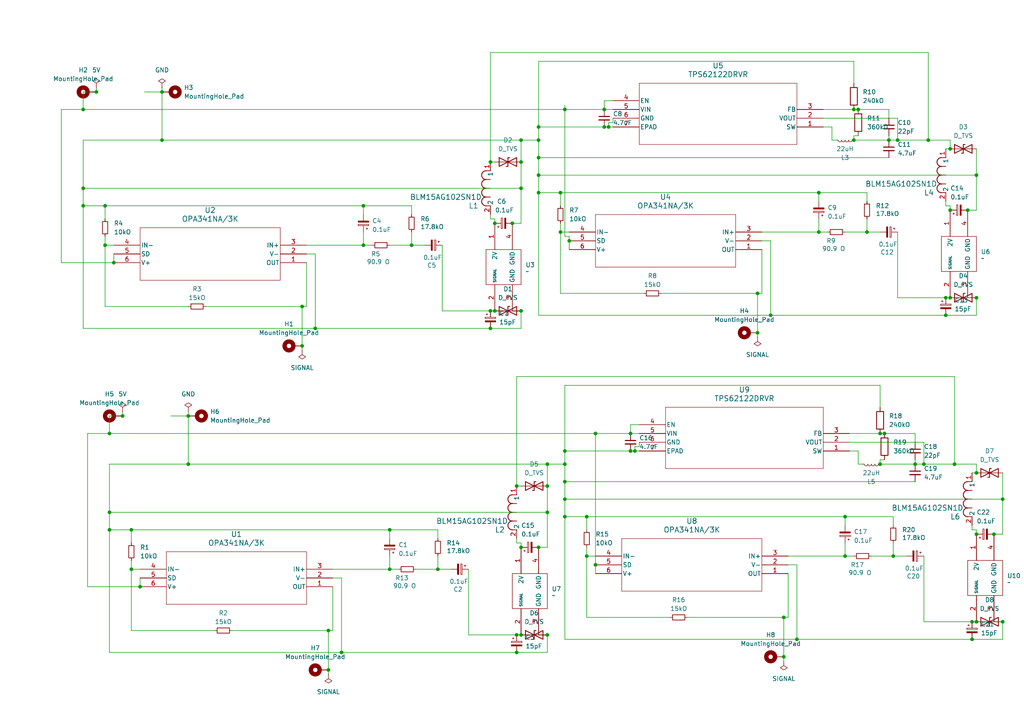
<source format=kicad_sch>
(kicad_sch (version 20231120) (generator "eeschema") (generator_version "8.0")
  (paper "A4")
  (lib_symbols
    (symbol "BLM15AG102SN1D:BLM15AG102SN1D" (pin_names (offset 0.254))
      (property "Reference" "L1" (at 2.54 6.35 90))
      (property "Value" "BLM15AG102SN1D" (at 5.08 23.368 90))
      (symbol "BLM15AG102SN1D_1_1"
        (polyline (pts (xy 2.54 0) (xy 2.54 1.27)) (stroke (width 0.2032)))
        (polyline (pts (xy 5.08 0) (xy 5.08 1.27)) (stroke (width 0.2032)))
        (polyline (pts (xy 7.62 0) (xy 7.62 1.27)) (stroke (width 0.2032)))
        (polyline (pts (xy 10.16 0) (xy 10.16 1.27)) (stroke (width 0.2032)))
        (polyline (pts (xy 12.7 0) (xy 12.7 1.27)) (stroke (width 0.2032)))
        (arc (start 5.08 1.27) (mid 3.81 2.5344) (end 2.54 1.27) (stroke (width 0.254)))
        (arc (start 7.62 1.27) (mid 6.35 2.5344) (end 5.08 1.27) (stroke (width 0.254)))
        (arc (start 10.16 1.27) (mid 8.89 2.5344) (end 7.62 1.27) (stroke (width 0.254)))
        (arc (start 12.7 1.27) (mid 11.43 2.5344) (end 10.16 1.27) (stroke (width 0.254)))
        (pin power_in line (at 15.24 0 180) (length 2.54) (name "1") (number "1"))
        (pin power_out line (at 0 0 0) (length 2.54) (name "2") (number "2"))
      )
      (symbol "BLM15AG102SN1D_1_2"
        (arc (start -1.27 5.08) (mid -2.5344 3.81) (end -1.27 2.54) (stroke (width 0.254)))
        (arc (start -1.27 7.62) (mid -2.5344 6.35) (end -1.27 5.08) (stroke (width 0.254)))
        (arc (start -1.27 10.16) (mid -2.5344 8.89) (end -1.27 7.62) (stroke (width 0.254)))
        (arc (start -1.27 12.7) (mid -2.5344 11.43) (end -1.27 10.16) (stroke (width 0.254)))
        (polyline (pts (xy 0 2.54) (xy -1.27 2.54)) (stroke (width 0.2032)))
        (polyline (pts (xy 0 5.08) (xy -1.27 5.08)) (stroke (width 0.2032)))
        (polyline (pts (xy 0 7.62) (xy -1.27 7.62)) (stroke (width 0.2032)))
        (polyline (pts (xy 0 10.16) (xy -1.27 10.16)) (stroke (width 0.2032)))
        (polyline (pts (xy 0 12.7) (xy -1.27 12.7)) (stroke (width 0.2032)))
        (pin unspecified line (at 0 15.24 270) (length 2.54) (name "1") (number "1"))
        (pin unspecified line (at 0 0 90) (length 2.54) (name "2") (number "2"))
      )
    )
    (symbol "Device:C_Polarized_Small" (pin_numbers hide) (pin_names (offset 0.254) hide)
      (property "Reference" "C" (at 0.254 1.778 0))
      (property "Value" "C_Polarized_Small" (at 0.254 -2.032 0))
      (symbol "C_Polarized_Small_0_1"
        (rectangle (start -1.524 -0.3048) (end 1.524 -0.6858) (fill (type outline)))
        (rectangle (start -1.524 0.6858) (end 1.524 0.3048))
        (polyline (pts (xy -1.27 1.524) (xy -0.762 1.524)))
        (polyline (pts (xy -1.016 1.27) (xy -1.016 1.778)))
      )
      (symbol "C_Polarized_Small_1_1"
        (pin passive line (at 0 2.54 270) (length 1.8542) (name "~") (number "1"))
        (pin passive line (at 0 -2.54 90) (length 1.8542) (name "~") (number "2"))
      )
    )
    (symbol "Device:C_Small" (pin_numbers hide) (pin_names (offset 0.254) hide)
      (property "Reference" "C" (at 0.254 1.778 0))
      (property "Value" "C_Small" (at 0.254 -2.032 0))
      (symbol "C_Small_0_1"
        (polyline (pts (xy -1.524 -0.508) (xy 1.524 -0.508)) (stroke (width 0.3302)))
        (polyline (pts (xy -1.524 0.508) (xy 1.524 0.508)) (stroke (width 0.3048)))
      )
      (symbol "C_Small_1_1"
        (pin passive line (at 0 2.54 270) (length 2.032) (name "~") (number "1"))
        (pin passive line (at 0 -2.54 90) (length 2.032) (name "~") (number "2"))
      )
    )
    (symbol "Device:D_TVS" (pin_numbers hide) (pin_names (offset 1.016) hide)
      (property "Reference" "D" (at 0 2.54 0))
      (property "Value" "D_TVS" (at 0 -2.54 0))
      (symbol "D_TVS_0_1"
        (polyline (pts (xy 1.27 0) (xy -1.27 0)))
        (polyline (pts (xy 0.508 1.27) (xy 0 1.27) (xy 0 -1.27) (xy -0.508 -1.27)) (stroke (width 0.254)))
        (polyline (pts (xy -2.54 1.27) (xy -2.54 -1.27) (xy 2.54 1.27) (xy 2.54 -1.27) (xy -2.54 1.27)) (stroke (width 0.254)))
      )
      (symbol "D_TVS_1_1"
        (pin passive line (at -3.81 0 0) (length 2.54) (name "A1") (number "1"))
        (pin passive line (at 3.81 0 180) (length 2.54) (name "A2") (number "2"))
      )
    )
    (symbol "Device:L_Small" (pin_numbers hide) (pin_names (offset 0.254) hide)
      (property "Reference" "L" (at 0.762 1.016 0))
      (property "Value" "L_Small" (at 0.762 -1.016 0))
      (symbol "L_Small_0_1"
        (arc (start 0 -2.032) (mid 0.5058 -1.524) (end 0 -1.016))
        (arc (start 0 -1.016) (mid 0.5058 -0.508) (end 0 0))
        (arc (start 0 0) (mid 0.5058 0.508) (end 0 1.016))
        (arc (start 0 1.016) (mid 0.5058 1.524) (end 0 2.032))
      )
      (symbol "L_Small_1_1"
        (pin passive line (at 0 2.54 270) (length 0.508) (name "~") (number "1"))
        (pin passive line (at 0 -2.54 90) (length 0.508) (name "~") (number "2"))
      )
    )
    (symbol "Device:R" (pin_numbers hide) (pin_names (offset 0))
      (property "Reference" "R" (at 2.032 0 90))
      (property "Value" "R" (at 0 0 90))
      (symbol "R_0_1"
        (rectangle (start -1.016 -2.54) (end 1.016 2.54) (stroke (width 0.254)))
      )
      (symbol "R_1_1"
        (pin passive line (at 0 3.81 270) (length 1.27) (name "~") (number "1"))
        (pin passive line (at 0 -3.81 90) (length 1.27) (name "~") (number "2"))
      )
    )
    (symbol "Device:R_Small" (pin_numbers hide) (pin_names (offset 0.254) hide)
      (property "Reference" "R" (at 0.762 0.508 0))
      (property "Value" "R_Small" (at 0.762 -1.016 0))
      (symbol "R_Small_0_1"
        (rectangle (start -0.762 1.778) (end 0.762 -1.778) (stroke (width 0.2032)))
      )
      (symbol "R_Small_1_1"
        (pin passive line (at 0 2.54 270) (length 0.762) (name "~") (number "1"))
        (pin passive line (at 0 -2.54 90) (length 0.762) (name "~") (number "2"))
      )
    )
    (symbol "Mechanical:MountingHole_Pad" (pin_numbers hide) (pin_names (offset 1.016) hide)
      (property "Reference" "H" (at 0 6.35 0))
      (property "Value" "MountingHole_Pad" (at 0 4.445 0))
      (symbol "MountingHole_Pad_0_1"
        (circle (center 0 1.27) (radius 1.27) (stroke (width 1.27)))
      )
      (symbol "MountingHole_Pad_1_1"
        (pin input line (at 0 -2.54 90) (length 2.54) (name "1") (number "1"))
      )
    )
    (symbol "New_Library:CMM2718AT"
      (property "Reference" "U" (at 0 1.778 0))
      (symbol "CMM2718AT_0_1"
        (rectangle (start -5.08 0) (end 5.08 -10.16))
      )
      (symbol "CMM2718AT_1_1"
        (pin power_in line (at 12.7 -2.54 180) (length 7.62) (name "2V") (number "1"))
        (pin output line (at -12.7 -2.54 0) (length 7.62) (name "SIGNAL") (number "2"))
        (pin power_in line (at -12.7 -7.62 0) (length 7.62) (name "GND") (number "3"))
        (pin power_in line (at 12.7 -7.62 180) (length 7.62) (name "GND") (number "4"))
      )
    )
    (symbol "PWR_FLAG_1" (power) (pin_numbers hide) (pin_names (offset 0) hide)
      (property "Value" "SIGNAL" (at 0 5.08 0))
      (symbol "PWR_FLAG_1_0_1"
        (polyline (pts (xy 0 0) (xy 0 1.27) (xy -1.016 1.905) (xy 0 2.54) (xy 1.016 1.905) (xy 0 1.27)))
      )
      (symbol "PWR_FLAG_1_1_0"
        (pin input line (at 0 0 90) (length 0) (name "~") (number "1"))
      )
    )
    (symbol "Single Input Op Amp:OPA341NA_3K" (pin_names (offset 0.254))
      (property "Reference" "U" (at 27.94 10.16 0))
      (property "Value" "OPA341NA/3K" (at 27.94 7.62 0))
      (symbol "OPA341NA_3K_0_1"
        (polyline (pts (xy 7.62 -10.16) (xy 48.26 -10.16)) (stroke (width 0.127)))
        (polyline (pts (xy 7.62 5.08) (xy 7.62 -10.16)) (stroke (width 0.127)))
        (polyline (pts (xy 48.26 -10.16) (xy 48.26 5.08)) (stroke (width 0.127)))
        (polyline (pts (xy 48.26 5.08) (xy 7.62 5.08)) (stroke (width 0.127)))
        (pin output line (at 0 0 0) (length 7.62) (name "OUT") (number "1"))
        (pin input line (at 0 -5.08 0) (length 7.62) (name "IN+") (number "3"))
        (pin input line (at 55.88 -5.08 180) (length 7.62) (name "IN-") (number "4"))
        (pin power_in line (at 55.88 0 180) (length 7.62) (name "V+") (number "6"))
      )
      (symbol "OPA341NA_3K_1_1"
        (pin power_in line (at 0 -2.54 0) (length 7.62) (name "V-") (number "2"))
        (pin input line (at 55.88 -2.54 180) (length 7.62) (name "SD") (number "5"))
      )
    )
    (symbol "Voltage Regulator:TPS62122DRVR" (pin_names (offset 0.254))
      (property "Reference" "U" (at 30.48 10.16 0))
      (property "Value" "TPS62122DRVR" (at 30.48 7.62 0))
      (symbol "TPS62122DRVR_0_1"
        (polyline (pts (xy 7.62 -12.7) (xy 53.34 -12.7)) (stroke (width 0.127)))
        (polyline (pts (xy 7.62 5.08) (xy 7.62 -12.7)) (stroke (width 0.127)))
        (polyline (pts (xy 53.34 -12.7) (xy 53.34 5.08)) (stroke (width 0.127)))
        (polyline (pts (xy 53.34 5.08) (xy 7.62 5.08)) (stroke (width 0.127)))
        (pin output line (at 0 0 0) (length 7.62) (name "SW") (number "1"))
        (pin input line (at 0 -5.08 0) (length 7.62) (name "FB") (number "3"))
        (pin input line (at 60.96 -7.62 180) (length 7.62) (name "EN") (number "4"))
        (pin power_in line (at 60.96 -5.08 180) (length 7.62) (name "VIN") (number "5"))
        (pin power_in line (at 60.96 -2.54 180) (length 7.62) (name "GND") (number "6"))
        (pin unspecified line (at 60.96 0 180) (length 7.62) (name "EPAD") (number "7"))
      )
      (symbol "TPS62122DRVR_1_1"
        (pin power_out line (at 0 -2.54 0) (length 7.62) (name "VOUT") (number "2"))
      )
    )
    (symbol "power:PWR_FLAG" (power) (pin_numbers hide) (pin_names (offset 0) hide)
      (property "Value" "PWR_FLAG" (at 0 3.81 0))
      (symbol "PWR_FLAG_0_0"
        (pin power_out line (at 0 0 90) (length 0) (name "~") (number "1"))
      )
      (symbol "PWR_FLAG_0_1"
        (polyline (pts (xy 0 0) (xy 0 1.27) (xy -1.016 1.905) (xy 0 2.54) (xy 1.016 1.905) (xy 0 1.27)))
      )
    )
  )
  (junction (at 227.33 179.07))
  (junction (at 149.86 189.23))
  (junction (at 142.24 90.17))
  (junction (at 170.18 149.86))
  (junction (at 24.13 54.61))
  (junction (at 290.83 144.78))
  (junction (at 227.33 190.5))
  (junction (at 288.29 154.94))
  (junction (at 87.63 88.9))
  (junction (at 245.11 149.86))
  (junction (at 127 165.1))
  (junction (at 119.38 71.12))
  (junction (at 151.13 158.75))
  (junction (at 30.48 71.12))
  (junction (at 162.56 67.31))
  (junction (at 245.11 161.29))
  (junction (at 158.75 148.59))
  (junction (at 149.86 184.15))
  (junction (at 265.43 134.62))
  (junction (at 99.06 189.23))
  (junction (at 175.26 36.83))
  (junction (at 182.88 125.73))
  (junction (at 105.41 59.69))
  (junction (at 267.97 134.62))
  (junction (at 151.13 54.61))
  (junction (at 259.08 161.29))
  (junction (at 143.51 90.17))
  (junction (at 275.59 60.96))
  (junction (at 54.61 120.65))
  (junction (at 142.24 95.25))
  (junction (at 172.72 125.73))
  (junction (at 274.32 86.36))
  (junction (at 163.83 149.86))
  (junction (at 91.44 95.25))
  (junction (at 256.54 125.73))
  (junction (at 247.65 40.64))
  (junction (at 237.49 55.88))
  (junction (at 281.94 185.42))
  (junction (at 143.51 64.77))
  (junction (at 30.48 59.69))
  (junction (at 31.75 148.59))
  (junction (at 158.75 184.15))
  (junction (at 251.46 67.31))
  (junction (at 163.83 144.78))
  (junction (at 87.63 100.33))
  (junction (at 163.83 139.7))
  (junction (at 163.83 31.75))
  (junction (at 113.03 153.67))
  (junction (at 275.59 86.36))
  (junction (at 54.61 134.62))
  (junction (at 182.88 130.81))
  (junction (at 95.25 182.88))
  (junction (at 247.65 31.75))
  (junction (at 142.24 46.99))
  (junction (at 151.13 40.64))
  (junction (at 184.15 130.81))
  (junction (at 46.99 26.67))
  (junction (at 175.26 31.75))
  (junction (at 149.86 140.97))
  (junction (at 274.32 91.44))
  (junction (at 151.13 46.99))
  (junction (at 158.75 140.97))
  (junction (at 40.64 170.18))
  (junction (at 156.21 40.64))
  (junction (at 283.21 50.8))
  (junction (at 283.21 154.94))
  (junction (at 148.59 64.77))
  (junction (at 113.03 165.1))
  (junction (at 172.72 163.83))
  (junction (at 156.21 158.75))
  (junction (at 290.83 180.34))
  (junction (at 283.21 137.16))
  (junction (at 165.1 69.85))
  (junction (at 151.13 184.15))
  (junction (at 46.99 40.64))
  (junction (at 151.13 90.17))
  (junction (at 163.83 130.81))
  (junction (at 248.92 31.75))
  (junction (at 237.49 67.31))
  (junction (at 162.56 55.88))
  (junction (at 38.1 153.67))
  (junction (at 105.41 71.12))
  (junction (at 163.83 134.62))
  (junction (at 260.35 40.64))
  (junction (at 95.25 194.31))
  (junction (at 283.21 86.36))
  (junction (at 276.86 134.62))
  (junction (at 223.52 91.44))
  (junction (at 33.02 76.2))
  (junction (at 35.56 120.65))
  (junction (at 38.1 165.1))
  (junction (at 156.21 36.83))
  (junction (at 219.71 96.52))
  (junction (at 31.75 125.73))
  (junction (at 280.67 60.96))
  (junction (at 24.13 31.75))
  (junction (at 255.27 125.73))
  (junction (at 275.59 43.18))
  (junction (at 170.18 161.29))
  (junction (at 176.53 36.83))
  (junction (at 158.75 134.62))
  (junction (at 156.21 45.72))
  (junction (at 283.21 180.34))
  (junction (at 31.75 153.67))
  (junction (at 231.14 185.42))
  (junction (at 219.71 85.09))
  (junction (at 255.27 134.62))
  (junction (at 24.13 59.69))
  (junction (at 156.21 55.88))
  (junction (at 27.94 26.67))
  (junction (at 269.24 40.64))
  (junction (at 156.21 50.8))
  (junction (at 281.94 180.34))
  (junction (at 257.81 40.64))
  (wire (pts (xy 269.24 15.24) (xy 142.24 15.24)))
  (wire (pts (xy 260.35 34.29) (xy 260.35 40.64)))
  (wire (pts (xy 27.94 25.4) (xy 27.94 26.67)))
  (wire (pts (xy 248.92 130.81) (xy 246.38 130.81)))
  (wire (pts (xy 265.43 128.27) (xy 265.43 125.73)))
  (wire (pts (xy 142.24 95.25) (xy 91.44 95.25)))
  (wire (pts (xy 220.98 85.09) (xy 219.71 85.09)))
  (wire (pts (xy 96.52 182.88) (xy 95.25 182.88)))
  (wire (pts (xy 223.52 91.44) (xy 156.21 91.44)))
  (wire (pts (xy 142.24 62.23) (xy 142.24 63.5)))
  (wire (pts (xy 31.75 120.65) (xy 35.56 120.65)))
  (wire (pts (xy 24.13 54.61) (xy 24.13 59.69)))
  (wire (pts (xy 105.41 71.12) (xy 105.41 67.31)))
  (wire (pts (xy 30.48 88.9) (xy 30.48 71.12)))
  (wire (pts (xy 241.3 36.83) (xy 238.76 36.83)))
  (wire (pts (xy 24.13 54.61) (xy 151.13 54.61)))
  (wire (pts (xy 142.24 95.25) (xy 151.13 95.25)))
  (wire (pts (xy 95.25 182.88) (xy 67.31 182.88)))
  (wire (pts (xy 252.73 161.29) (xy 259.08 161.29)))
  (wire (pts (xy 30.48 59.69) (xy 30.48 63.5)))
  (wire (pts (xy 143.51 63.5) (xy 143.51 64.77)))
  (wire (pts (xy 220.98 69.85) (xy 223.52 69.85)))
  (wire (pts (xy 105.41 62.23) (xy 105.41 59.69)))
  (wire (pts (xy 163.83 139.7) (xy 163.83 144.78)))
  (wire (pts (xy 119.38 59.69) (xy 105.41 59.69)))
  (wire (pts (xy 113.03 156.21) (xy 113.03 153.67)))
  (wire (pts (xy 265.43 133.35) (xy 265.43 134.62)))
  (wire (pts (xy 182.88 125.73) (xy 172.72 125.73)))
  (wire (pts (xy 119.38 71.12) (xy 123.19 71.12)))
  (wire (pts (xy 30.48 71.12) (xy 33.02 71.12)))
  (wire (pts (xy 54.61 120.65) (xy 54.61 134.62)))
  (wire (pts (xy 88.9 88.9) (xy 87.63 88.9)))
  (wire (pts (xy 54.61 134.62) (xy 31.75 134.62)))
  (wire (pts (xy 237.49 67.31) (xy 240.03 67.31)))
  (wire (pts (xy 247.65 17.78) (xy 156.21 17.78)))
  (wire (pts (xy 40.64 167.64) (xy 40.64 170.18)))
  (wire (pts (xy 163.83 30.48) (xy 163.83 31.75)))
  (wire (pts (xy 24.13 95.25) (xy 24.13 59.69)))
  (wire (pts (xy 260.35 40.64) (xy 269.24 40.64)))
  (wire (pts (xy 24.13 31.75) (xy 24.13 26.67)))
  (wire (pts (xy 265.43 139.7) (xy 163.83 139.7)))
  (wire (pts (xy 158.75 134.62) (xy 54.61 134.62)))
  (wire (pts (xy 227.33 179.07) (xy 227.33 190.5)))
  (wire (pts (xy 99.06 189.23) (xy 31.75 189.23)))
  (wire (pts (xy 46.99 26.67) (xy 46.99 40.64)))
  (wire (pts (xy 260.35 86.36) (xy 260.35 67.31)))
  (wire (pts (xy 156.21 36.83) (xy 156.21 40.64)))
  (wire (pts (xy 99.06 167.64) (xy 99.06 189.23)))
  (wire (pts (xy 176.53 36.83) (xy 177.8 36.83)))
  (wire (pts (xy 257.81 39.37) (xy 257.81 40.64)))
  (wire (pts (xy 96.52 165.1) (xy 113.03 165.1)))
  (wire (pts (xy 245.11 67.31) (xy 251.46 67.31)))
  (wire (pts (xy 25.4 170.18) (xy 25.4 125.73)))
  (wire (pts (xy 54.61 119.38) (xy 54.61 120.65)))
  (wire (pts (xy 176.53 35.56) (xy 176.53 36.83)))
  (wire (pts (xy 143.51 90.17) (xy 142.24 90.17)))
  (wire (pts (xy 38.1 153.67) (xy 113.03 153.67)))
  (wire (pts (xy 158.75 140.97) (xy 158.75 134.62)))
  (wire (pts (xy 177.8 29.21) (xy 175.26 29.21)))
  (wire (pts (xy 142.24 90.17) (xy 128.27 90.17)))
  (wire (pts (xy 283.21 137.16) (xy 283.21 134.62)))
  (wire (pts (xy 46.99 40.64) (xy 24.13 40.64)))
  (wire (pts (xy 135.89 184.15) (xy 135.89 165.1)))
  (wire (pts (xy 256.54 133.35) (xy 255.27 133.35)))
  (wire (pts (xy 220.98 72.39) (xy 220.98 85.09)))
  (wire (pts (xy 156.21 91.44) (xy 156.21 55.88)))
  (wire (pts (xy 283.21 153.67) (xy 283.21 154.94)))
  (wire (pts (xy 267.97 134.62) (xy 276.86 134.62)))
  (wire (pts (xy 35.56 119.38) (xy 35.56 120.65)))
  (wire (pts (xy 46.99 25.4) (xy 46.99 26.67)))
  (wire (pts (xy 119.38 67.31) (xy 119.38 71.12)))
  (wire (pts (xy 257.81 45.72) (xy 156.21 45.72)))
  (wire (pts (xy 142.24 15.24) (xy 142.24 46.99)))
  (wire (pts (xy 149.86 184.15) (xy 135.89 184.15)))
  (wire (pts (xy 182.88 125.73) (xy 185.42 125.73)))
  (wire (pts (xy 151.13 95.25) (xy 151.13 90.17)))
  (wire (pts (xy 255.27 134.62) (xy 265.43 134.62)))
  (wire (pts (xy 162.56 85.09) (xy 162.56 67.31)))
  (wire (pts (xy 163.83 185.42) (xy 163.83 149.86)))
  (wire (pts (xy 283.21 43.18) (xy 283.21 50.8)))
  (wire (pts (xy 113.03 165.1) (xy 113.03 161.29)))
  (wire (pts (xy 33.02 76.2) (xy 17.78 76.2)))
  (wire (pts (xy 223.52 69.85) (xy 223.52 91.44)))
  (wire (pts (xy 290.83 154.94) (xy 288.29 154.94)))
  (wire (pts (xy 170.18 149.86) (xy 163.83 149.86)))
  (wire (pts (xy 265.43 125.73) (xy 256.54 125.73)))
  (wire (pts (xy 275.59 86.36) (xy 274.32 86.36)))
  (wire (pts (xy 281.94 180.34) (xy 267.97 180.34)))
  (wire (pts (xy 24.13 40.64) (xy 24.13 54.61)))
  (wire (pts (xy 17.78 31.75) (xy 24.13 31.75)))
  (wire (pts (xy 105.41 71.12) (xy 107.95 71.12)))
  (wire (pts (xy 88.9 76.2) (xy 88.9 88.9)))
  (wire (pts (xy 269.24 40.64) (xy 269.24 15.24)))
  (wire (pts (xy 237.49 58.42) (xy 237.49 55.88)))
  (wire (pts (xy 156.21 45.72) (xy 156.21 50.8)))
  (wire (pts (xy 231.14 163.83) (xy 231.14 185.42)))
  (wire (pts (xy 274.32 86.36) (xy 260.35 86.36)))
  (wire (pts (xy 33.02 73.66) (xy 33.02 76.2)))
  (wire (pts (xy 281.94 152.4) (xy 281.94 153.67)))
  (wire (pts (xy 246.38 128.27) (xy 267.97 128.27)))
  (wire (pts (xy 156.21 50.8) (xy 156.21 55.88)))
  (wire (pts (xy 172.72 125.73) (xy 31.75 125.73)))
  (wire (pts (xy 49.53 120.65) (xy 54.61 120.65)))
  (wire (pts (xy 151.13 184.15) (xy 149.86 184.15)))
  (wire (pts (xy 257.81 34.29) (xy 257.81 31.75)))
  (wire (pts (xy 170.18 149.86) (xy 245.11 149.86)))
  (wire (pts (xy 17.78 76.2) (xy 17.78 31.75)))
  (wire (pts (xy 30.48 59.69) (xy 105.41 59.69)))
  (wire (pts (xy 87.63 88.9) (xy 59.69 88.9)))
  (wire (pts (xy 283.21 91.44) (xy 283.21 86.36)))
  (wire (pts (xy 38.1 165.1) (xy 40.64 165.1)))
  (wire (pts (xy 158.75 140.97) (xy 158.75 148.59)))
  (wire (pts (xy 259.08 149.86) (xy 245.11 149.86)))
  (wire (pts (xy 119.38 62.23) (xy 119.38 59.69)))
  (wire (pts (xy 163.83 144.78) (xy 290.83 144.78)))
  (wire (pts (xy 162.56 55.88) (xy 237.49 55.88)))
  (wire (pts (xy 127 161.29) (xy 127 165.1)))
  (wire (pts (xy 275.59 59.69) (xy 275.59 60.96)))
  (wire (pts (xy 162.56 64.77) (xy 162.56 67.31)))
  (wire (pts (xy 281.94 137.16) (xy 283.21 137.16)))
  (wire (pts (xy 156.21 36.83) (xy 175.26 36.83)))
  (wire (pts (xy 257.81 40.64) (xy 260.35 40.64)))
  (wire (pts (xy 91.44 73.66) (xy 91.44 95.25)))
  (wire (pts (xy 156.21 17.78) (xy 156.21 36.83)))
  (wire (pts (xy 220.98 67.31) (xy 237.49 67.31)))
  (wire (pts (xy 259.08 157.48) (xy 259.08 161.29)))
  (wire (pts (xy 31.75 189.23) (xy 31.75 153.67)))
  (wire (pts (xy 245.11 152.4) (xy 245.11 149.86)))
  (wire (pts (xy 88.9 73.66) (xy 91.44 73.66)))
  (wire (pts (xy 165.1 68.58) (xy 165.1 69.85)))
  (wire (pts (xy 87.63 100.33) (xy 87.63 101.6)))
  (wire (pts (xy 185.42 123.19) (xy 182.88 123.19)))
  (wire (pts (xy 96.52 167.64) (xy 99.06 167.64)))
  (wire (pts (xy 87.63 88.9) (xy 87.63 100.33)))
  (wire (pts (xy 158.75 148.59) (xy 158.75 158.75)))
  (wire (pts (xy 149.86 156.21) (xy 149.86 157.48)))
  (wire (pts (xy 227.33 190.5) (xy 227.33 191.77)))
  (wire (pts (xy 251.46 55.88) (xy 237.49 55.88)))
  (wire (pts (xy 238.76 34.29) (xy 260.35 34.29)))
  (wire (pts (xy 151.13 157.48) (xy 151.13 158.75)))
  (wire (pts (xy 151.13 40.64) (xy 156.21 40.64)))
  (wire (pts (xy 247.65 24.13) (xy 247.65 17.78)))
  (wire (pts (xy 163.83 130.81) (xy 182.88 130.81)))
  (wire (pts (xy 142.24 63.5) (xy 143.51 63.5)))
  (wire (pts (xy 182.88 123.19) (xy 182.88 125.73)))
  (wire (pts (xy 276.86 134.62) (xy 283.21 134.62)))
  (wire (pts (xy 238.76 31.75) (xy 247.65 31.75)))
  (wire (pts (xy 247.65 40.64) (xy 257.81 40.64)))
  (wire (pts (xy 127 153.67) (xy 113.03 153.67)))
  (wire (pts (xy 175.26 36.83) (xy 176.53 36.83)))
  (wire (pts (xy 88.9 71.12) (xy 105.41 71.12)))
  (wire (pts (xy 62.23 182.88) (xy 38.1 182.88)))
  (wire (pts (xy 248.92 134.62) (xy 248.92 130.81)))
  (wire (pts (xy 127 156.21) (xy 127 153.67)))
  (wire (pts (xy 227.33 179.07) (xy 199.39 179.07)))
  (wire (pts (xy 163.83 31.75) (xy 175.26 31.75)))
  (wire (pts (xy 184.15 130.81) (xy 185.42 130.81)))
  (wire (pts (xy 158.75 189.23) (xy 158.75 184.15)))
  (wire (pts (xy 163.83 134.62) (xy 163.83 139.7)))
  (wire (pts (xy 113.03 71.12) (xy 119.38 71.12)))
  (wire (pts (xy 283.21 50.8) (xy 283.21 60.96)))
  (wire (pts (xy 185.42 128.27) (xy 185.42 129.54)))
  (wire (pts (xy 95.25 182.88) (xy 95.25 194.31)))
  (wire (pts (xy 248.92 31.75) (xy 247.65 31.75)))
  (wire (pts (xy 288.29 180.34) (xy 290.83 180.34)))
  (wire (pts (xy 172.72 163.83) (xy 172.72 166.37)))
  (wire (pts (xy 228.6 179.07) (xy 227.33 179.07)))
  (wire (pts (xy 151.13 46.99) (xy 151.13 40.64)))
  (wire (pts (xy 265.43 134.62) (xy 267.97 134.62)))
  (wire (pts (xy 149.86 157.48) (xy 151.13 157.48)))
  (wire (pts (xy 283.21 60.96) (xy 280.67 60.96)))
  (wire (pts (xy 241.3 40.64) (xy 242.57 40.64)))
  (wire (pts (xy 247.65 39.37) (xy 247.65 40.64)))
  (wire (pts (xy 149.86 109.22) (xy 149.86 140.97)))
  (wire (pts (xy 156.21 184.15) (xy 158.75 184.15)))
  (wire (pts (xy 231.14 185.42) (xy 163.83 185.42)))
  (wire (pts (xy 177.8 34.29) (xy 177.8 35.56)))
  (wire (pts (xy 228.6 166.37) (xy 228.6 179.07)))
  (wire (pts (xy 251.46 63.5) (xy 251.46 67.31)))
  (wire (pts (xy 149.86 140.97) (xy 151.13 140.97)))
  (wire (pts (xy 31.75 125.73) (xy 31.75 120.65)))
  (wire (pts (xy 113.03 165.1) (xy 115.57 165.1)))
  (wire (pts (xy 38.1 162.56) (xy 38.1 165.1)))
  (wire (pts (xy 281.94 185.42) (xy 290.83 185.42)))
  (wire (pts (xy 175.26 29.21) (xy 175.26 31.75)))
  (wire (pts (xy 275.59 43.18) (xy 275.59 40.64)))
  (wire (pts (xy 219.71 85.09) (xy 191.77 85.09)))
  (wire (pts (xy 280.67 86.36) (xy 283.21 86.36)))
  (wire (pts (xy 269.24 40.64) (xy 275.59 40.64)))
  (wire (pts (xy 142.24 46.99) (xy 143.51 46.99)))
  (wire (pts (xy 163.83 31.75) (xy 24.13 31.75)))
  (wire (pts (xy 170.18 161.29) (xy 172.72 161.29)))
  (wire (pts (xy 228.6 161.29) (xy 245.11 161.29)))
  (wire (pts (xy 276.86 134.62) (xy 276.86 109.22)))
  (wire (pts (xy 274.32 43.18) (xy 275.59 43.18)))
  (wire (pts (xy 158.75 158.75) (xy 156.21 158.75)))
  (wire (pts (xy 255.27 133.35) (xy 255.27 134.62)))
  (wire (pts (xy 40.64 170.18) (xy 25.4 170.18)))
  (wire (pts (xy 186.69 85.09) (xy 162.56 85.09)))
  (wire (pts (xy 151.13 40.64) (xy 46.99 40.64)))
  (wire (pts (xy 163.83 130.81) (xy 163.83 134.62)))
  (wire (pts (xy 91.44 95.25) (xy 24.13 95.25)))
  (wire (pts (xy 156.21 50.8) (xy 283.21 50.8)))
  (wire (pts (xy 274.32 91.44) (xy 283.21 91.44)))
  (wire (pts (xy 163.83 111.76) (xy 163.83 130.81)))
  (wire (pts (xy 170.18 149.86) (xy 170.18 153.67)))
  (wire (pts (xy 165.1 69.85) (xy 165.1 72.39)))
  (wire (pts (xy 184.15 129.54) (xy 184.15 130.81)))
  (wire (pts (xy 95.25 194.31) (xy 95.25 195.58)))
  (wire (pts (xy 151.13 54.61) (xy 151.13 64.77)))
  (wire (pts (xy 184.15 130.81) (xy 182.88 130.81)))
  (wire (pts (xy 267.97 180.34) (xy 267.97 161.29)))
  (wire (pts (xy 274.32 58.42) (xy 274.32 59.69)))
  (wire (pts (xy 259.08 161.29) (xy 262.89 161.29)))
  (wire (pts (xy 41.91 26.67) (xy 46.99 26.67)))
  (wire (pts (xy 30.48 68.58) (xy 30.48 71.12)))
  (wire (pts (xy 163.83 144.78) (xy 163.83 149.86)))
  (wire (pts (xy 163.83 31.75) (xy 163.83 68.58)))
  (wire (pts (xy 31.75 134.62) (xy 31.75 148.59)))
  (wire (pts (xy 31.75 148.59) (xy 31.75 153.67)))
  (wire (pts (xy 281.94 153.67) (xy 283.21 153.67)))
  (wire (pts (xy 256.54 125.73) (xy 255.27 125.73)))
  (wire (pts (xy 156.21 40.64) (xy 156.21 45.72)))
  (wire (pts (xy 276.86 109.22) (xy 149.86 109.22)))
  (wire (pts (xy 163.83 68.58) (xy 165.1 68.58)))
  (wire (pts (xy 30.48 59.69) (xy 24.13 59.69)))
  (wire (pts (xy 194.31 179.07) (xy 170.18 179.07)))
  (wire (pts (xy 172.72 125.73) (xy 172.72 163.83)))
  (wire (pts (xy 162.56 55.88) (xy 162.56 59.69)))
  (wire (pts (xy 290.83 144.78) (xy 290.83 154.94)))
  (wire (pts (xy 149.86 189.23) (xy 158.75 189.23)))
  (wire (pts (xy 120.65 165.1) (xy 127 165.1)))
  (wire (pts (xy 251.46 67.31) (xy 255.27 67.31)))
  (wire (pts (xy 149.86 189.23) (xy 99.06 189.23)))
  (wire (pts (xy 241.3 40.64) (xy 241.3 36.83)))
  (wire (pts (xy 245.11 161.29) (xy 247.65 161.29)))
  (wire (pts (xy 54.61 88.9) (xy 30.48 88.9)))
  (wire (pts (xy 38.1 153.67) (xy 31.75 153.67)))
  (wire (pts (xy 127 165.1) (xy 130.81 165.1)))
  (wire (pts (xy 151.13 46.99) (xy 151.13 54.61)))
  (wire (pts (xy 290.83 185.42) (xy 290.83 180.34)))
  (wire (pts (xy 274.32 59.69) (xy 275.59 59.69)))
  (wire (pts (xy 24.13 26.67) (xy 27.94 26.67)))
  (wire (pts (xy 175.26 31.75) (xy 177.8 31.75)))
  (wire (pts (xy 128.27 90.17) (xy 128.27 71.12)))
  (wire (pts (xy 151.13 64.77) (xy 148.59 64.77)))
  (wire (pts (xy 259.08 152.4) (xy 259.08 149.86)))
  (wire (pts (xy 251.46 58.42) (xy 251.46 55.88)))
  (wire (pts (xy 177.8 35.56) (xy 176.53 35.56)))
  (wire (pts (xy 255.27 118.11) (xy 255.27 111.76)))
  (wire (pts (xy 170.18 158.75) (xy 170.18 161.29)))
  (wire (pts (xy 158.75 134.62) (xy 163.83 134.62)))
  (wire (pts (xy 283.21 180.34) (xy 281.94 180.34)))
  (wire (pts (xy 148.59 90.17) (xy 151.13 90.17)))
  (wire (pts (xy 290.83 137.16) (xy 290.83 144.78)))
  (wire (pts (xy 257.81 31.75) (xy 248.92 31.75)))
  (wire (pts (xy 96.52 170.18) (xy 96.52 182.88)))
  (wire (pts (xy 248.92 134.62) (xy 250.19 134.62)))
  (wire (pts (xy 219.71 85.09) (xy 219.71 96.52)))
  (wire (pts (xy 185.42 129.54) (xy 184.15 129.54)))
  (wire (pts (xy 38.1 182.88) (xy 38.1 165.1)))
  (wire (pts (xy 255.27 111.76) (xy 163.83 111.76)))
  (wire (pts (xy 267.97 128.27) (xy 267.97 134.62)))
  (wire (pts (xy 162.56 55.88) (xy 156.21 55.88)))
  (wire (pts (xy 25.4 125.73) (xy 31.75 125.73)))
  (wire (pts (xy 245.11 161.29) (xy 245.11 157.48)))
  (wire (pts (xy 274.32 91.44) (xy 223.52 91.44)))
  (wire (pts (xy 248.92 39.37) (xy 247.65 39.37)))
  (wire (pts (xy 237.49 67.31) (xy 237.49 63.5)))
  (wire (pts (xy 31.75 148.59) (xy 158.75 148.59)))
  (wire (pts (xy 281.94 185.42) (xy 231.14 185.42)))
  (wire (pts (xy 38.1 153.67) (xy 38.1 157.48)))
  (wire (pts (xy 162.56 67.31) (xy 165.1 67.31)))
  (wire (pts (xy 170.18 179.07) (xy 170.18 161.29)))
  (wire (pts (xy 228.6 163.83) (xy 231.14 163.83)))
  (wire (pts (xy 246.38 125.73) (xy 255.27 125.73)))
  (wire (pts (xy 219.71 96.52) (xy 219.71 97.79)))
  (symbol (lib_id "Device:R_Small") (at 110.49 71.12 90) (unit 1)
    (property "Reference" "R5" (at 108.966 73.66 90))
    (property "Value" "90.9 O" (at 109.728 75.946 90))
    (property "Footprint" "ARGlasses:RES_RMCF2512_STP" (effects (hide yes)))
    (property "Description" "Resistor, small symbol" (effects (hide yes)))
  )
  (symbol (lib_id "Device:C_Polarized_Small") (at 105.41 64.77 180) (unit 1)
    (property "Reference" "C4" (at 107.95 64.046 0) (effects (justify right)))
    (property "Value" "0.1uF" (at 107.95 66.586 0) (effects (justify right)))
    (property "Footprint" "ARGlasses:CAPMP3.4X1.6_1.8N_KEM" (effects (hide yes)))
    (property "Description" "Polarized capacitor, small symbol" (effects (hide yes)))
  )
  (symbol (lib_id "Device:C_Polarized_Small") (at 133.35 165.1 270) (unit 1)
    (property "Reference" "C2" (at 132.842 170.942 90))
    (property "Value" "0.1uF" (at 133.096 168.656 90))
    (property "Footprint" "ARGlasses:CAPMP3.4X1.6_1.8N_KEM" (effects (hide yes)))
    (property "Description" "Polarized capacitor, small symbol" (effects (hide yes)))
  )
  (symbol (lib_id "Device:C_Polarized_Small") (at 265.43 161.29 270) (unit 1)
    (property "Reference" "C20" (at 264.922 167.132 90))
    (property "Value" "0.1uF" (at 265.176 164.846 90))
    (property "Footprint" "ARGlasses:CAPMP3.4X1.6_1.8N_KEM" (effects (hide yes)))
    (property "Description" "Polarized capacitor, small symbol" (effects (hide yes)))
  )
  (symbol (lib_id "BLM15AG102SN1D:BLM15AG102SN1D") (at 274.32 58.42 90) (unit 1)
    (property "Reference" "L4" (at 267.97 55.88 90) (effects (font (size 1.524 1.524)) (justify right)))
    (property "Value" "BLM15AG102SN1D" (at 250.952 53.34 90) (effects (font (size 1.524 1.524)) (justify right)))
    (property "Footprint" "ARGlasses:IND_BLM15_0402_MUR" (effects (hide yes)))
    (property "Datasheet" "BLM15AG102SN1D" (effects (hide yes)))
  )
  (symbol (lib_id "Device:R_Small") (at 250.19 161.29 90) (unit 1)
    (property "Reference" "R17" (at 248.666 163.83 90))
    (property "Value" "90.9 O" (at 249.428 166.116 90))
    (property "Footprint" "ARGlasses:RES_RMCF2512_STP" (effects (hide yes)))
    (property "Description" "Resistor, small symbol" (effects (hide yes)))
  )
  (symbol (lib_id "Single Input Op Amp:OPA341NA_3K") (at 220.98 72.39 180) (unit 1)
    (property "Reference" "U4" (at 193.04 57.15 0) (effects (font (size 1.524 1.524))))
    (property "Value" "OPA341NA/3K" (at 193.04 59.69 0) (effects (font (size 1.524 1.524))))
    (property "Footprint" "Single Input Op Amp:DBV6" (effects (hide yes)))
    (property "Datasheet" "OPA341NA/3K" (effects (hide yes)))
  )
  (symbol (lib_id "Device:C_Polarized_Small") (at 278.13 60.96 90) (unit 1)
    (property "Reference" "C14" (at 277.5839 54.61 90))
    (property "Value" "0.1uF" (at 278.384 57.15 90))
    (property "Footprint" "ARGlasses:CAPMP3.4X1.6_1.8N_KEM" (effects (hide yes)))
    (property "Description" "Polarized capacitor, small symbol" (effects (hide yes)))
  )
  (symbol (lib_id "Device:R_Small") (at 57.15 88.9 270) (unit 1)
    (property "Reference" "R3" (at 57.15 83.82 90))
    (property "Value" "15kO" (at 57.15 86.36 90))
    (property "Footprint" "ARGlasses:RC0402N_PAN" (effects (hide yes)))
    (property "Description" "Resistor, small symbol" (effects (hide yes)))
  )
  (symbol (lib_id "New_Library:CMM2718AT") (at 280.67 167.64 90) (unit 1)
    (property "Reference" "U10" (at 292.1 167.0049 90) (effects (justify right)))
    (property "Value" "~" (at 292.1 168.91 90) (effects (justify right)))
    (property "Footprint" "ARGlasses:CMM2718AT" (effects (hide yes)))
  )
  (symbol (lib_id "Device:D_TVS") (at 287.02 137.16 0) (unit 1)
    (property "Reference" "D7" (at 287.02 130.81 0))
    (property "Value" "D_TVS" (at 287.02 133.35 0))
    (property "Footprint" "Diode_SMD:D_SOD-882D" (effects (hide yes)))
    (property "Description" "Bidirectional transient-voltage-suppression diode" (effects (hide yes)))
  )
  (symbol (lib_id "power:PWR_FLAG") (at 35.56 119.38 0) (unit 1)
    (property "Reference" "#FLG05" (effects (hide yes)))
    (property "Value" "5V" (at 35.56 114.3 0))
    (property "Description" "Special symbol for telling ERC where power comes from" (effects (hide yes)))
  )
  (symbol (lib_id "Device:C_Polarized_Small") (at 149.86 186.69 0) (unit 1)
    (property "Reference" "C3" (at 152.4 184.8738 0) (effects (justify left)))
    (property "Value" "15pF" (at 152.4 187.4138 0) (effects (justify left)))
    (property "Footprint" "ARGlasses:CAPC0603X33N" (effects (hide yes)))
    (property "Description" "Polarized capacitor, small symbol" (effects (hide yes)))
  )
  (symbol (lib_id "New_Library:CMM2718AT") (at 273.05 73.66 90) (unit 1)
    (property "Reference" "U6" (at 284.48 73.0249 90) (effects (justify right)))
    (property "Value" "~" (at 284.48 74.93 90) (effects (justify right)))
    (property "Footprint" "ARGlasses:CMM2718AT" (effects (hide yes)))
  )
  (symbol (lib_id "Mechanical:MountingHole_Pad") (at 217.17 96.52 90) (unit 1)
    (property "Reference" "H4" (at 215.9 90.17 90))
    (property "Value" "MountingHole_Pad" (at 215.9 92.71 90))
    (property "Footprint" "Connector_Wire:SolderWire-0.15sqmm_1x01_D0.5mm_OD1.5mm" (effects (hide yes)))
    (property "Description" "Mounting Hole with connection" (effects (hide yes)))
  )
  (symbol (lib_id "Voltage Regulator:TPS62122DRVR") (at 246.38 130.81 180) (unit 1)
    (property "Reference" "U9" (at 215.9 113.03 0) (effects (font (size 1.524 1.524))))
    (property "Value" "TPS62122DRVR" (at 215.9 115.57 0) (effects (font (size 1.524 1.524))))
    (property "Footprint" "Voltage Regulator:DRV6_1P6X1" (effects (hide yes)))
    (property "Datasheet" "TPS62122DRVR" (effects (hide yes)))
  )
  (symbol (lib_id "Device:L_Small") (at 245.11 40.64 270) (unit 1)
    (property "Reference" "L3" (at 245.11 45.72 90))
    (property "Value" "22uH" (at 245.11 43.18 90))
    (property "Footprint" "ARGlasses:IND_2012_TDK" (effects (hide yes)))
    (property "Description" "Inductor, small symbol" (effects (hide yes)))
  )
  (symbol (lib_id "Mechanical:MountingHole_Pad") (at 33.02 120.65 90) (unit 1)
    (property "Reference" "H5" (at 31.75 114.3 90))
    (property "Value" "MountingHole_Pad" (at 31.75 116.84 90))
    (property "Footprint" "Connector_Wire:SolderWire-0.15sqmm_1x01_D0.5mm_OD1.5mm" (effects (hide yes)))
    (property "Description" "Mounting Hole with connection" (effects (hide yes)))
  )
  (symbol (lib_id "Device:C_Polarized_Small") (at 113.03 158.75 180) (unit 1)
    (property "Reference" "C1" (at 115.57 158.026 0) (effects (justify right)))
    (property "Value" "0.1uF" (at 115.57 160.566 0) (effects (justify right)))
    (property "Footprint" "ARGlasses:CAPMP3.4X1.6_1.8N_KEM" (effects (hide yes)))
    (property "Description" "Polarized capacitor, small symbol" (effects (hide yes)))
  )
  (symbol (lib_name "PWR_FLAG_1") (lib_id "power:PWR_FLAG") (at 87.63 101.6 180) (unit 1)
    (property "Reference" "#FLG03" (effects (hide yes)))
    (property "Value" "SIGNAL" (at 87.63 106.68 0))
    (property "Description" "Special symbol for telling ERC where power comes from" (effects (hide yes)))
  )
  (symbol (lib_id "Mechanical:MountingHole_Pad") (at 57.15 120.65 270) (unit 1)
    (property "Reference" "H6" (at 60.96 119.3799 90) (effects (justify left)))
    (property "Value" "MountingHole_Pad" (at 60.96 121.9199 90) (effects (justify left)))
    (property "Footprint" "Connector_Wire:SolderWire-0.15sqmm_1x01_D0.5mm_OD1.5mm" (effects (hide yes)))
    (property "Description" "Mounting Hole with connection" (effects (hide yes)))
  )
  (symbol (lib_id "Mechanical:MountingHole_Pad") (at 25.4 26.67 90) (unit 1)
    (property "Reference" "H2" (at 24.13 20.32 90))
    (property "Value" "MountingHole_Pad" (at 24.13 22.86 90))
    (property "Footprint" "Connector_Wire:SolderWire-0.15sqmm_1x01_D0.5mm_OD1.5mm" (effects (hide yes)))
    (property "Description" "Mounting Hole with connection" (effects (hide yes)))
  )
  (symbol (lib_id "Device:D_TVS") (at 279.4 43.18 0) (unit 1)
    (property "Reference" "D3" (at 279.4 36.83 0))
    (property "Value" "D_TVS" (at 279.4 39.37 0))
    (property "Footprint" "Diode_SMD:D_SOD-882D" (effects (hide yes)))
    (property "Description" "Bidirectional transient-voltage-suppression diode" (effects (hide yes)))
  )
  (symbol (lib_id "Device:R") (at 247.65 27.94 0) (unit 1)
    (property "Reference" "R10" (at 250.19 26.6699 0) (effects (justify left)))
    (property "Value" "240kO" (at 250.19 29.2099 0) (effects (justify left)))
    (property "Footprint" "ARGlasses:RC0402N_PAN" (effects (hide yes)))
    (property "Description" "Resistor" (effects (hide yes)))
  )
  (symbol (lib_id "Device:C_Polarized_Small") (at 146.05 64.77 90) (unit 1)
    (property "Reference" "C6" (at 145.5039 58.42 90))
    (property "Value" "0.1uF" (at 146.304 60.96 90))
    (property "Footprint" "ARGlasses:CAPMP3.4X1.6_1.8N_KEM" (effects (hide yes)))
    (property "Description" "Polarized capacitor, small symbol" (effects (hide yes)))
  )
  (symbol (lib_id "Mechanical:MountingHole_Pad") (at 85.09 100.33 90) (unit 1)
    (property "Reference" "H1" (at 83.82 93.98 90))
    (property "Value" "MountingHole_Pad" (at 83.82 96.52 90))
    (property "Footprint" "Connector_Wire:SolderWire-0.15sqmm_1x01_D0.5mm_OD1.5mm" (effects (hide yes)))
    (property "Description" "Mounting Hole with connection" (effects (hide yes)))
  )
  (symbol (lib_id "Device:C_Small") (at 182.88 128.27 0) (unit 1)
    (property "Reference" "C16" (at 185.42 127.0062 0) (effects (justify left)))
    (property "Value" "4.7uF" (at 185.42 129.5462 0) (effects (justify left)))
    (property "Footprint" "ARGlasses:TAJA_AVX" (effects (hide yes)))
    (property "Description" "Unpolarized capacitor, small symbol" (effects (hide yes)))
  )
  (symbol (lib_name "PWR_FLAG_1") (lib_id "power:PWR_FLAG") (at 227.33 191.77 180) (unit 1)
    (property "Reference" "#FLG08" (effects (hide yes)))
    (property "Value" "SIGNAL" (at 227.33 196.85 0))
    (property "Description" "Special symbol for telling ERC where power comes from" (effects (hide yes)))
  )
  (symbol (lib_id "Device:C_Polarized_Small") (at 257.81 67.31 270) (unit 1)
    (property "Reference" "C12" (at 257.302 73.152 90))
    (property "Value" "0.1uF" (at 257.556 70.866 90))
    (property "Footprint" "ARGlasses:CAPMP3.4X1.6_1.8N_KEM" (effects (hide yes)))
    (property "Description" "Polarized capacitor, small symbol" (effects (hide yes)))
  )
  (symbol (lib_id "Device:R_Small") (at 251.46 60.96 0) (unit 1)
    (property "Reference" "R12" (at 254 59.6899 0) (effects (justify left)))
    (property "Value" "17.8kO" (at 254 61.976 0) (effects (justify left)))
    (property "Footprint" "ARGlasses:RES_RN73R_1E_KOA" (effects (hide yes)))
    (property "Description" "Resistor, small symbol" (effects (hide yes)))
  )
  (symbol (lib_id "Device:C_Small") (at 257.81 36.83 0) (unit 1)
    (property "Reference" "C10" (at 260.35 35.5662 0) (effects (justify left)))
    (property "Value" "22pF" (at 260.35 38.1062 0) (effects (justify left)))
    (property "Footprint" "ARGlasses:G-033_MUR" (effects (hide yes)))
    (property "Description" "Unpolarized capacitor, small symbol" (effects (hide yes)))
  )
  (symbol (lib_id "Device:R_Small") (at 38.1 160.02 0) (unit 1)
    (property "Reference" "R1" (at 40.64 158.7499 0) (effects (justify left)))
    (property "Value" "10kO" (at 40.64 161.2899 0) (effects (justify left)))
    (property "Footprint" "ARGlasses:RC0402N_PAN" (effects (hide yes)))
    (property "Description" "Resistor, small symbol" (effects (hide yes)))
  )
  (symbol (lib_id "Device:C_Polarized_Small") (at 153.67 158.75 90) (unit 1)
    (property "Reference" "C15" (at 153.1239 152.4 90))
    (property "Value" "0.1uF" (at 153.924 154.94 90))
    (property "Footprint" "ARGlasses:CAPMP3.4X1.6_1.8N_KEM" (effects (hide yes)))
    (property "Description" "Polarized capacitor, small symbol" (effects (hide yes)))
  )
  (symbol (lib_id "Device:D_TVS") (at 154.94 184.15 0) (unit 1)
    (property "Reference" "D6" (at 154.94 177.8 0))
    (property "Value" "D_TVS" (at 154.94 180.34 0))
    (property "Footprint" "Diode_SMD:D_SOD-882D" (effects (hide yes)))
    (property "Description" "Bidirectional transient-voltage-suppression diode" (effects (hide yes)))
  )
  (symbol (lib_id "Device:C_Polarized_Small") (at 285.75 154.94 90) (unit 1)
    (property "Reference" "C22" (at 285.2039 148.59 90))
    (property "Value" "0.1uF" (at 286.004 151.13 90))
    (property "Footprint" "ARGlasses:CAPMP3.4X1.6_1.8N_KEM" (effects (hide yes)))
    (property "Description" "Polarized capacitor, small symbol" (effects (hide yes)))
  )
  (symbol (lib_id "Device:C_Small") (at 175.26 34.29 0) (unit 1)
    (property "Reference" "C8" (at 177.8 33.0262 0) (effects (justify left)))
    (property "Value" "4.7uF" (at 177.8 35.5662 0) (effects (justify left)))
    (property "Footprint" "ARGlasses:TAJA_AVX" (effects (hide yes)))
    (property "Description" "Unpolarized capacitor, small symbol" (effects (hide yes)))
  )
  (symbol (lib_id "Device:R") (at 256.54 129.54 0) (unit 1)
    (property "Reference" "R19" (at 259.08 128.2699 0) (effects (justify left)))
    (property "Value" "360kO" (at 259.08 130.8099 0) (effects (justify left)))
    (property "Footprint" "ARGlasses:RC0402N_PAN" (effects (hide yes)))
    (property "Description" "Resistor" (effects (hide yes)))
  )
  (symbol (lib_id "New_Library:CMM2718AT") (at 140.97 77.47 90) (unit 1)
    (property "Reference" "U3" (at 152.4 76.8349 90) (effects (justify right)))
    (property "Value" "~" (at 152.4 78.74 90) (effects (justify right)))
    (property "Footprint" "ARGlasses:CMM2718AT" (effects (hide yes)))
  )
  (symbol (lib_id "Device:R_Small") (at 170.18 156.21 0) (unit 1)
    (property "Reference" "R15" (at 172.72 154.9399 0) (effects (justify left)))
    (property "Value" "10kO" (at 172.72 157.4799 0) (effects (justify left)))
    (property "Footprint" "ARGlasses:RC0402N_PAN" (effects (hide yes)))
    (property "Description" "Resistor, small symbol" (effects (hide yes)))
  )
  (symbol (lib_id "Device:C_Polarized_Small") (at 237.49 60.96 180) (unit 1)
    (property "Reference" "C9" (at 240.03 60.236 0) (effects (justify right)))
    (property "Value" "0.1uF" (at 240.03 62.776 0) (effects (justify right)))
    (property "Footprint" "ARGlasses:CAPMP3.4X1.6_1.8N_KEM" (effects (hide yes)))
    (property "Description" "Polarized capacitor, small symbol" (effects (hide yes)))
  )
  (symbol (lib_id "Device:D_TVS") (at 147.32 46.99 0) (unit 1)
    (property "Reference" "D2" (at 147.32 40.64 0))
    (property "Value" "D_TVS" (at 147.32 43.18 0))
    (property "Footprint" "Diode_SMD:D_SOD-882D" (effects (hide yes)))
    (property "Description" "Bidirectional transient-voltage-suppression diode" (effects (hide yes)))
  )
  (symbol (lib_id "BLM15AG102SN1D:BLM15AG102SN1D") (at 281.94 152.4 90) (unit 1)
    (property "Reference" "L6" (at 275.59 149.86 90) (effects (font (size 1.524 1.524)) (justify right)))
    (property "Value" "BLM15AG102SN1D" (at 258.572 147.32 90) (effects (font (size 1.524 1.524)) (justify right)))
    (property "Footprint" "ARGlasses:IND_BLM15_0402_MUR" (effects (hide yes)))
    (property "Datasheet" "BLM15AG102SN1D" (effects (hide yes)))
  )
  (symbol (lib_id "Mechanical:MountingHole_Pad") (at 224.79 190.5 90) (unit 1)
    (property "Reference" "H8" (at 223.52 184.15 90))
    (property "Value" "MountingHole_Pad" (at 223.52 186.69 90))
    (property "Footprint" "Connector_Wire:SolderWire-0.15sqmm_1x01_D0.5mm_OD1.5mm" (effects (hide yes)))
    (property "Description" "Mounting Hole with connection" (effects (hide yes)))
  )
  (symbol (lib_id "Device:C_Polarized_Small") (at 142.24 92.71 0) (unit 1)
    (property "Reference" "C7" (at 144.78 90.8938 0) (effects (justify left)))
    (property "Value" "15pF" (at 144.78 93.4338 0) (effects (justify left)))
    (property "Footprint" "ARGlasses:CAPC0603X33N" (effects (hide yes)))
    (property "Description" "Polarized capacitor, small symbol" (effects (hide yes)))
  )
  (symbol (lib_id "Single Input Op Amp:OPA341NA_3K") (at 228.6 166.37 180) (unit 1)
    (property "Reference" "U8" (at 200.66 151.13 0) (effects (font (size 1.524 1.524))))
    (property "Value" "OPA341NA/3K" (at 200.66 153.67 0) (effects (font (size 1.524 1.524))))
    (property "Footprint" "Single Input Op Amp:DBV6" (effects (hide yes)))
    (property "Datasheet" "OPA341NA/3K" (effects (hide yes)))
  )
  (symbol (lib_id "Voltage Regulator:TPS62122DRVR") (at 238.76 36.83 180) (unit 1)
    (property "Reference" "U5" (at 208.28 19.05 0) (effects (font (size 1.524 1.524))))
    (property "Value" "TPS62122DRVR" (at 208.28 21.59 0) (effects (font (size 1.524 1.524))))
    (property "Footprint" "Voltage Regulator:DRV6_1P6X1" (effects (hide yes)))
    (property "Datasheet" "TPS62122DRVR" (effects (hide yes)))
  )
  (symbol (lib_id "Device:D_TVS") (at 154.94 140.97 0) (unit 1)
    (property "Reference" "D5" (at 154.94 134.62 0))
    (property "Value" "D_TVS" (at 154.94 137.16 0))
    (property "Footprint" "Diode_SMD:D_SOD-882D" (effects (hide yes)))
    (property "Description" "Bidirectional transient-voltage-suppression diode" (effects (hide yes)))
  )
  (symbol (lib_id "Device:C_Small") (at 257.81 43.18 0) (unit 1)
    (property "Reference" "C11" (at 260.35 41.9162 0) (effects (justify left)))
    (property "Value" "4.7uF" (at 260.35 44.4562 0) (effects (justify left)))
    (property "Footprint" "ARGlasses:TAJA_AVX" (effects (hide yes)))
    (property "Description" "Unpolarized capacitor, small symbol" (effects (hide yes)))
  )
  (symbol (lib_id "BLM15AG102SN1D:BLM15AG102SN1D") (at 149.86 156.21 90) (unit 1)
    (property "Reference" "L2" (at 143.51 153.67 90) (effects (font (size 1.524 1.524)) (justify right)))
    (property "Value" "BLM15AG102SN1D" (at 126.492 151.13 90) (effects (font (size 1.524 1.524)) (justify right)))
    (property "Footprint" "ARGlasses:IND_BLM15_0402_MUR" (effects (hide yes)))
    (property "Datasheet" "BLM15AG102SN1D" (effects (hide yes)))
  )
  (symbol (lib_id "Single Input Op Amp:OPA341NA_3K") (at 96.52 170.18 180) (unit 1)
    (property "Reference" "U1" (at 68.58 154.94 0) (effects (font (size 1.524 1.524))))
    (property "Value" "OPA341NA/3K" (at 68.58 157.48 0) (effects (font (size 1.524 1.524))))
    (property "Footprint" "Single Input Op Amp:DBV6" (effects (hide yes)))
    (property "Datasheet" "OPA341NA/3K" (effects (hide yes)))
  )
  (symbol (lib_id "Device:R_Small") (at 189.23 85.09 270) (unit 1)
    (property "Reference" "R8" (at 189.23 80.01 90))
    (property "Value" "15kO" (at 189.23 82.55 90))
    (property "Footprint" "ARGlasses:RC0402N_PAN" (effects (hide yes)))
    (property "Description" "Resistor, small symbol" (effects (hide yes)))
  )
  (symbol (lib_id "Device:D_TVS") (at 147.32 90.17 0) (unit 1)
    (property "Reference" "D1" (at 147.32 83.82 0))
    (property "Value" "D_TVS" (at 147.32 86.36 0))
    (property "Footprint" "Diode_SMD:D_SOD-882D" (effects (hide yes)))
    (property "Description" "Bidirectional transient-voltage-suppression diode" (effects (hide yes)))
  )
  (symbol (lib_id "Device:C_Polarized_Small") (at 281.94 182.88 0) (unit 1)
    (property "Reference" "C21" (at 284.48 181.0638 0) (effects (justify left)))
    (property "Value" "15pF" (at 284.48 183.6038 0) (effects (justify left)))
    (property "Footprint" "ARGlasses:CAPC0603X33N" (effects (hide yes)))
    (property "Description" "Polarized capacitor, small symbol" (effects (hide yes)))
  )
  (symbol (lib_id "Device:R_Small") (at 30.48 66.04 0) (unit 1)
    (property "Reference" "R4" (at 33.02 64.7699 0) (effects (justify left)))
    (property "Value" "10kO" (at 33.02 67.3099 0) (effects (justify left)))
    (property "Footprint" "ARGlasses:RC0402N_PAN" (effects (hide yes)))
    (property "Description" "Resistor, small symbol" (effects (hide yes)))
  )
  (symbol (lib_id "Single Input Op Amp:OPA341NA_3K") (at 88.9 76.2 180) (unit 1)
    (property "Reference" "U2" (at 60.96 60.96 0) (effects (font (size 1.524 1.524))))
    (property "Value" "OPA341NA/3K" (at 60.96 63.5 0) (effects (font (size 1.524 1.524))))
    (property "Footprint" "Single Input Op Amp:DBV6" (effects (hide yes)))
    (property "Datasheet" "OPA341NA/3K" (effects (hide yes)))
  )
  (symbol (lib_id "Device:C_Polarized_Small") (at 274.32 88.9 0) (unit 1)
    (property "Reference" "C13" (at 276.86 87.0838 0) (effects (justify left)))
    (property "Value" "15pF" (at 276.86 89.6238 0) (effects (justify left)))
    (property "Footprint" "ARGlasses:CAPC0603X33N" (effects (hide yes)))
    (property "Description" "Polarized capacitor, small symbol" (effects (hide yes)))
  )
  (symbol (lib_id "power:PWR_FLAG") (at 54.61 119.38 0) (unit 1)
    (property "Reference" "#FLG06" (effects (hide yes)))
    (property "Value" "GND" (at 54.61 114.3 0))
    (property "Description" "Special symbol for telling ERC where power comes from" (effects (hide yes)))
  )
  (symbol (lib_id "Device:D_TVS") (at 287.02 180.34 0) (unit 1)
    (property "Reference" "D8" (at 287.02 173.99 0))
    (property "Value" "D_TVS" (at 287.02 176.53 0))
    (property "Footprint" "Diode_SMD:D_SOD-882D" (effects (hide yes)))
    (property "Description" "Bidirectional transient-voltage-suppression diode" (effects (hide yes)))
  )
  (symbol (lib_id "Device:R") (at 248.92 35.56 0) (unit 1)
    (property "Reference" "R11" (at 251.46 34.2899 0) (effects (justify left)))
    (property "Value" "360kO" (at 251.46 36.8299 0) (effects (justify left)))
    (property "Footprint" "ARGlasses:RC0402N_PAN" (effects (hide yes)))
    (property "Description" "Resistor" (effects (hide yes)))
  )
  (symbol (lib_id "New_Library:CMM2718AT") (at 148.59 171.45 90) (unit 1)
    (property "Reference" "U7" (at 160.02 170.8149 90) (effects (justify right)))
    (property "Value" "~" (at 160.02 172.72 90) (effects (justify right)))
    (property "Footprint" "ARGlasses:CMM2718AT" (effects (hide yes)))
  )
  (symbol (lib_id "Device:R_Small") (at 64.77 182.88 270) (unit 1)
    (property "Reference" "R2" (at 64.77 177.8 90))
    (property "Value" "15kO" (at 64.77 180.34 90))
    (property "Footprint" "ARGlasses:RC0402N_PAN" (effects (hide yes)))
    (property "Description" "Resistor, small symbol" (effects (hide yes)))
  )
  (symbol (lib_id "Device:R_Small") (at 127 158.75 0) (unit 1)
    (property "Reference" "R14" (at 129.54 157.4799 0) (effects (justify left)))
    (property "Value" "17.8kO" (at 129.54 159.766 0) (effects (justify left)))
    (property "Footprint" "ARGlasses:RES_RN73R_1E_KOA" (effects (hide yes)))
    (property "Description" "Resistor, small symbol" (effects (hide yes)))
  )
  (symbol (lib_name "PWR_FLAG_1") (lib_id "power:PWR_FLAG") (at 219.71 97.79 180) (unit 1)
    (property "Reference" "#FLG04" (effects (hide yes)))
    (property "Value" "SIGNAL" (at 219.71 102.87 0))
    (property "Description" "Special symbol for telling ERC where power comes from" (effects (hide yes)))
  )
  (symbol (lib_id "power:PWR_FLAG") (at 27.94 25.4 0) (unit 1)
    (property "Reference" "#FLG01" (effects (hide yes)))
    (property "Value" "5V" (at 27.94 20.32 0))
    (property "Description" "Special symbol for telling ERC where power comes from" (effects (hide yes)))
  )
  (symbol (lib_id "Device:L_Small") (at 252.73 134.62 270) (unit 1)
    (property "Reference" "L5" (at 252.73 139.7 90))
    (property "Value" "22uH" (at 252.73 137.16 90))
    (property "Footprint" "ARGlasses:IND_2012_TDK" (effects (hide yes)))
    (property "Description" "Inductor, small symbol" (effects (hide yes)))
  )
  (symbol (lib_id "Device:R_Small") (at 196.85 179.07 270) (unit 1)
    (property "Reference" "R16" (at 196.85 173.99 90))
    (property "Value" "15kO" (at 196.85 176.53 90))
    (property "Footprint" "ARGlasses:RC0402N_PAN" (effects (hide yes)))
    (property "Description" "Resistor, small symbol" (effects (hide yes)))
  )
  (symbol (lib_id "Device:C_Small") (at 265.43 130.81 0) (unit 1)
    (property "Reference" "C18" (at 267.97 129.5462 0) (effects (justify left)))
    (property "Value" "22pF" (at 267.97 132.0862 0) (effects (justify left)))
    (property "Footprint" "ARGlasses:G-033_MUR" (effects (hide yes)))
    (property "Description" "Unpolarized capacitor, small symbol" (effects (hide yes)))
  )
  (symbol (lib_id "Device:R_Small") (at 119.38 64.77 0) (unit 1)
    (property "Reference" "R6" (at 121.92 63.4999 0) (effects (justify left)))
    (property "Value" "17.8kO" (at 121.92 65.786 0) (effects (justify left)))
    (property "Footprint" "ARGlasses:RES_RN73R_1E_KOA" (effects (hide yes)))
    (property "Description" "Resistor, small symbol" (effects (hide yes)))
  )
  (symbol (lib_id "Device:D_TVS") (at 279.4 86.36 0) (unit 1)
    (property "Reference" "D4" (at 279.4 80.01 0))
    (property "Value" "D_TVS" (at 279.4 82.55 0))
    (property "Footprint" "Diode_SMD:D_SOD-882D" (effects (hide yes)))
    (property "Description" "Bidirectional transient-voltage-suppression diode" (effects (hide yes)))
  )
  (symbol (lib_id "BLM15AG102SN1D:BLM15AG102SN1D") (at 142.24 62.23 90) (unit 1)
    (property "Reference" "L1" (at 135.89 59.69 90) (effects (font (size 1.524 1.524)) (justify right)))
    (property "Value" "BLM15AG102SN1D" (at 118.872 57.15 90) (effects (font (size 1.524 1.524)) (justify right)))
    (property "Footprint" "ARGlasses:IND_BLM15_0402_MUR" (effects (hide yes)))
    (property "Datasheet" "BLM15AG102SN1D" (effects (hide yes)))
  )
  (symbol (lib_id "Mechanical:MountingHole_Pad") (at 92.71 194.31 90) (unit 1)
    (property "Reference" "H7" (at 91.44 187.96 90))
    (property "Value" "MountingHole_Pad" (at 91.44 190.5 90))
    (property "Footprint" "Connector_Wire:SolderWire-0.15sqmm_1x01_D0.5mm_OD1.5mm" (effects (hide yes)))
    (property "Description" "Mounting Hole with connection" (effects (hide yes)))
  )
  (symbol (lib_id "Device:R_Small") (at 242.57 67.31 90) (unit 1)
    (property "Reference" "R9" (at 241.046 69.85 90))
    (property "Value" "90.9 O" (at 241.808 72.136 90))
    (property "Footprint" "ARGlasses:RES_RMCF2512_STP" (effects (hide yes)))
    (property "Description" "Resistor, small symbol" (effects (hide yes)))
  )
  (symbol (lib_id "Device:R_Small") (at 259.08 154.94 0) (unit 1)
    (property "Reference" "R20" (at 261.62 153.6699 0) (effects (justify left)))
    (property "Value" "17.8kO" (at 261.62 155.956 0) (effects (justify left)))
    (property "Footprint" "ARGlasses:RES_RN73R_1E_KOA" (effects (hide yes)))
    (property "Description" "Resistor, small symbol" (effects (hide yes)))
  )
  (symbol (lib_id "Device:C_Polarized_Small") (at 125.73 71.12 270) (unit 1)
    (property "Reference" "C5" (at 125.222 76.962 90))
    (property "Value" "0.1uF" (at 125.476 74.676 90))
    (property "Footprint" "ARGlasses:CAPMP3.4X1.6_1.8N_KEM" (effects (hide yes)))
    (property "Description" "Polarized capacitor, small symbol" (effects (hide yes)))
  )
  (symbol (lib_id "Device:R_Small") (at 162.56 62.23 0) (unit 1)
    (property "Reference" "R7" (at 165.1 60.9599 0) (effects (justify left)))
    (property "Value" "10kO" (at 165.1 63.4999 0) (effects (justify left)))
    (property "Footprint" "ARGlasses:RC0402N_PAN" (effects (hide yes)))
    (property "Description" "Resistor, small symbol" (effects (hide yes)))
  )
  (symbol (lib_name "PWR_FLAG_1") (lib_id "power:PWR_FLAG") (at 95.25 195.58 180) (unit 1)
    (property "Reference" "#FLG07" (effects (hide yes)))
    (property "Value" "SIGNAL" (at 95.25 200.66 0))
    (property "Description" "Special symbol for telling ERC where power comes from" (effects (hide yes)))
  )
  (symbol (lib_id "Mechanical:MountingHole_Pad") (at 49.53 26.67 270) (unit 1)
    (property "Reference" "H3" (at 53.34 25.3999 90) (effects (justify left)))
    (property "Value" "MountingHole_Pad" (at 53.34 27.9399 90) (effects (justify left)))
    (property "Footprint" "Connector_Wire:SolderWire-0.15sqmm_1x01_D0.5mm_OD1.5mm" (effects (hide yes)))
    (property "Description" "Mounting Hole with connection" (effects (hide yes)))
  )
  (symbol (lib_id "Device:R_Small") (at 118.11 165.1 90) (unit 1)
    (property "Reference" "R13" (at 116.586 167.64 90))
    (property "Value" "90.9 O" (at 117.348 169.926 90))
    (property "Footprint" "ARGlasses:RES_RMCF2512_STP" (effects (hide yes)))
    (property "Description" "Resistor, small symbol" (effects (hide yes)))
  )
  (symbol (lib_id "power:PWR_FLAG") (at 46.99 25.4 0) (unit 1)
    (property "Reference" "#FLG02" (effects (hide yes)))
    (property "Value" "GND" (at 46.99 20.32 0))
    (property "Description" "Special symbol for telling ERC where power comes from" (effects (hide yes)))
  )
  (symbol (lib_id "Device:C_Small") (at 265.43 137.16 0) (unit 1)
    (property "Reference" "C19" (at 267.97 135.8962 0) (effects (justify left)))
    (property "Value" "4.7uF" (at 267.97 138.4362 0) (effects (justify left)))
    (property "Footprint" "ARGlasses:TAJA_AVX" (effects (hide yes)))
    (property "Description" "Unpolarized capacitor, small symbol" (effects (hide yes)))
  )
  (symbol (lib_id "Device:C_Polarized_Small") (at 245.11 154.94 180) (unit 1)
    (property "Reference" "C17" (at 247.65 154.216 0) (effects (justify right)))
    (property "Value" "0.1uF" (at 247.65 156.756 0) (effects (justify right)))
    (property "Footprint" "ARGlasses:CAPMP3.4X1.6_1.8N_KEM" (effects (hide yes)))
    (property "Description" "Polarized capacitor, small symbol" (effects (hide yes)))
  )
  (symbol (lib_id "Device:R") (at 255.27 121.92 0) (unit 1)
    (property "Reference" "R18" (at 257.81 120.6499 0) (effects (justify left)))
    (property "Value" "240kO" (at 257.81 123.1899 0) (effects (justify left)))
    (property "Footprint" "ARGlasses:RC0402N_PAN" (effects (hide yes)))
    (property "Description" "Resistor" (effects (hide yes)))
  )
)
</source>
